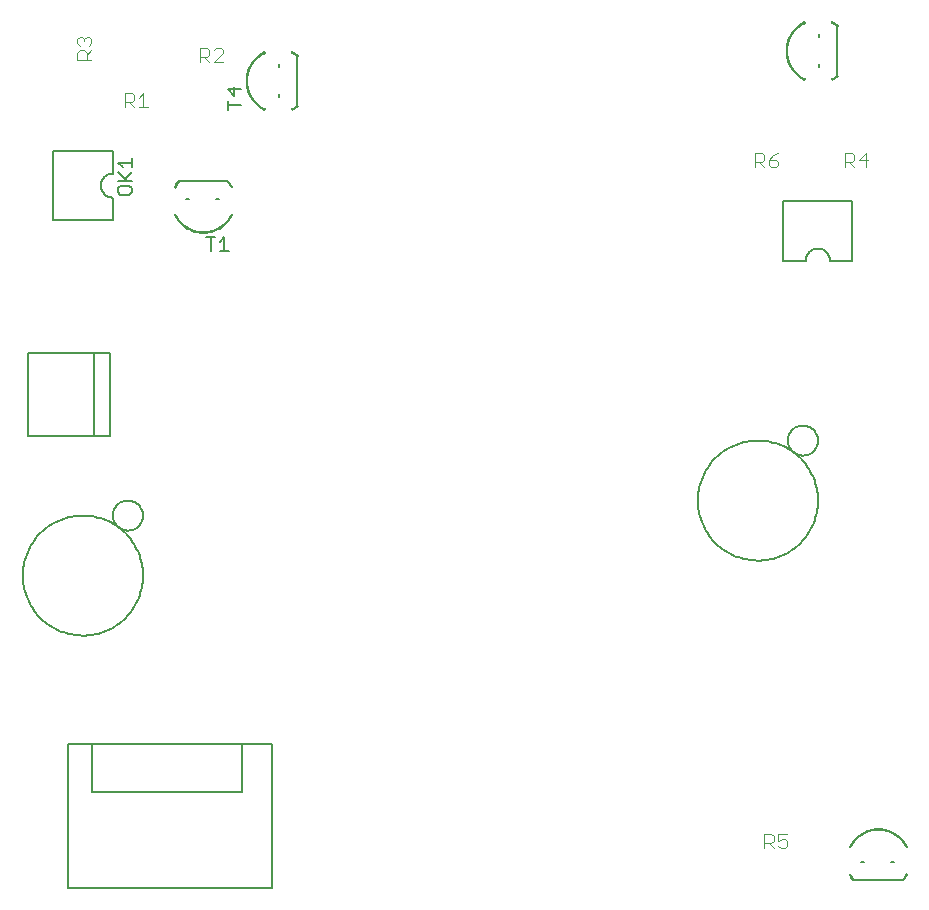
<source format=gto>
G75*
%MOIN*%
%OFA0B0*%
%FSLAX24Y24*%
%IPPOS*%
%LPD*%
%AMOC8*
5,1,8,0,0,1.08239X$1,22.5*
%
%ADD10C,0.0050*%
%ADD11C,0.0040*%
%ADD12C,0.0005*%
%ADD13C,0.0060*%
D10*
X003180Y002780D02*
X009980Y002780D01*
X009980Y007580D01*
X008980Y007580D01*
X008980Y005980D01*
X003980Y005980D01*
X003980Y007580D01*
X003180Y007580D01*
X003180Y002780D01*
X003980Y007580D02*
X008980Y007580D01*
X001680Y013180D02*
X001682Y013269D01*
X001688Y013358D01*
X001698Y013447D01*
X001712Y013535D01*
X001729Y013622D01*
X001751Y013708D01*
X001777Y013794D01*
X001806Y013878D01*
X001839Y013961D01*
X001875Y014042D01*
X001916Y014122D01*
X001959Y014199D01*
X002006Y014275D01*
X002057Y014348D01*
X002110Y014419D01*
X002167Y014488D01*
X002227Y014554D01*
X002290Y014618D01*
X002355Y014678D01*
X002423Y014736D01*
X002494Y014790D01*
X002567Y014841D01*
X002642Y014889D01*
X002719Y014934D01*
X002798Y014975D01*
X002879Y015012D01*
X002961Y015046D01*
X003045Y015077D01*
X003130Y015103D01*
X003216Y015126D01*
X003303Y015144D01*
X003391Y015159D01*
X003480Y015170D01*
X003569Y015177D01*
X003658Y015180D01*
X003747Y015179D01*
X003836Y015174D01*
X003924Y015165D01*
X004013Y015152D01*
X004100Y015135D01*
X004187Y015115D01*
X004273Y015090D01*
X004357Y015062D01*
X004440Y015030D01*
X004522Y014994D01*
X004602Y014955D01*
X004680Y014912D01*
X004756Y014866D01*
X004830Y014816D01*
X004902Y014763D01*
X004971Y014707D01*
X005038Y014648D01*
X005102Y014586D01*
X005163Y014522D01*
X005222Y014454D01*
X005277Y014384D01*
X005329Y014312D01*
X005378Y014237D01*
X005423Y014161D01*
X005465Y014082D01*
X005503Y014002D01*
X005538Y013920D01*
X005569Y013836D01*
X005597Y013751D01*
X005620Y013665D01*
X005640Y013578D01*
X005656Y013491D01*
X005668Y013402D01*
X005676Y013314D01*
X005680Y013225D01*
X005680Y013135D01*
X005676Y013046D01*
X005668Y012958D01*
X005656Y012869D01*
X005640Y012782D01*
X005620Y012695D01*
X005597Y012609D01*
X005569Y012524D01*
X005538Y012440D01*
X005503Y012358D01*
X005465Y012278D01*
X005423Y012199D01*
X005378Y012123D01*
X005329Y012048D01*
X005277Y011976D01*
X005222Y011906D01*
X005163Y011838D01*
X005102Y011774D01*
X005038Y011712D01*
X004971Y011653D01*
X004902Y011597D01*
X004830Y011544D01*
X004756Y011494D01*
X004680Y011448D01*
X004602Y011405D01*
X004522Y011366D01*
X004440Y011330D01*
X004357Y011298D01*
X004273Y011270D01*
X004187Y011245D01*
X004100Y011225D01*
X004013Y011208D01*
X003924Y011195D01*
X003836Y011186D01*
X003747Y011181D01*
X003658Y011180D01*
X003569Y011183D01*
X003480Y011190D01*
X003391Y011201D01*
X003303Y011216D01*
X003216Y011234D01*
X003130Y011257D01*
X003045Y011283D01*
X002961Y011314D01*
X002879Y011348D01*
X002798Y011385D01*
X002719Y011426D01*
X002642Y011471D01*
X002567Y011519D01*
X002494Y011570D01*
X002423Y011624D01*
X002355Y011682D01*
X002290Y011742D01*
X002227Y011806D01*
X002167Y011872D01*
X002110Y011941D01*
X002057Y012012D01*
X002006Y012085D01*
X001959Y012161D01*
X001916Y012238D01*
X001875Y012318D01*
X001839Y012399D01*
X001806Y012482D01*
X001777Y012566D01*
X001751Y012652D01*
X001729Y012738D01*
X001712Y012825D01*
X001698Y012913D01*
X001688Y013002D01*
X001682Y013091D01*
X001680Y013180D01*
X004680Y015180D02*
X004682Y015224D01*
X004688Y015268D01*
X004698Y015311D01*
X004711Y015353D01*
X004728Y015394D01*
X004749Y015433D01*
X004773Y015470D01*
X004800Y015505D01*
X004830Y015537D01*
X004863Y015567D01*
X004899Y015593D01*
X004936Y015617D01*
X004976Y015636D01*
X005017Y015653D01*
X005060Y015665D01*
X005103Y015674D01*
X005147Y015679D01*
X005191Y015680D01*
X005235Y015677D01*
X005279Y015670D01*
X005322Y015659D01*
X005364Y015645D01*
X005404Y015627D01*
X005443Y015605D01*
X005479Y015581D01*
X005513Y015553D01*
X005545Y015522D01*
X005574Y015488D01*
X005600Y015452D01*
X005622Y015414D01*
X005641Y015374D01*
X005656Y015332D01*
X005668Y015290D01*
X005676Y015246D01*
X005680Y015202D01*
X005680Y015158D01*
X005676Y015114D01*
X005668Y015070D01*
X005656Y015028D01*
X005641Y014986D01*
X005622Y014946D01*
X005600Y014908D01*
X005574Y014872D01*
X005545Y014838D01*
X005513Y014807D01*
X005479Y014779D01*
X005443Y014755D01*
X005404Y014733D01*
X005364Y014715D01*
X005322Y014701D01*
X005279Y014690D01*
X005235Y014683D01*
X005191Y014680D01*
X005147Y014681D01*
X005103Y014686D01*
X005060Y014695D01*
X005017Y014707D01*
X004976Y014724D01*
X004936Y014743D01*
X004899Y014767D01*
X004863Y014793D01*
X004830Y014823D01*
X004800Y014855D01*
X004773Y014890D01*
X004749Y014927D01*
X004728Y014966D01*
X004711Y015007D01*
X004698Y015049D01*
X004688Y015092D01*
X004682Y015136D01*
X004680Y015180D01*
X004597Y017841D02*
X004046Y017841D01*
X004046Y020597D01*
X001841Y020597D01*
X001841Y017841D01*
X004046Y017841D01*
X004597Y017841D02*
X004597Y020597D01*
X004046Y020597D01*
X007934Y024005D02*
X007934Y024455D01*
X007784Y024455D02*
X008084Y024455D01*
X008245Y024305D02*
X008395Y024455D01*
X008395Y024005D01*
X008245Y024005D02*
X008545Y024005D01*
X008233Y025730D02*
X008127Y025730D01*
X008505Y026330D02*
X006855Y026330D01*
X007127Y025730D02*
X007233Y025730D01*
X005305Y025949D02*
X005305Y026099D01*
X005230Y026174D01*
X004930Y026174D01*
X004855Y026099D01*
X004855Y025949D01*
X004930Y025874D01*
X005230Y025874D01*
X005305Y025949D01*
X005305Y026334D02*
X004855Y026334D01*
X005080Y026409D02*
X005305Y026634D01*
X005305Y026795D02*
X005305Y027095D01*
X005305Y026945D02*
X004855Y026945D01*
X005005Y026795D01*
X004855Y026634D02*
X005155Y026334D01*
X008505Y028705D02*
X008505Y029005D01*
X008505Y028855D02*
X008955Y028855D01*
X008730Y029165D02*
X008730Y029466D01*
X008955Y029391D02*
X008505Y029391D01*
X008730Y029165D01*
X010230Y029127D02*
X010230Y029233D01*
X010830Y028855D02*
X010830Y030505D01*
X010230Y030233D02*
X010230Y030127D01*
X027180Y017680D02*
X027182Y017724D01*
X027188Y017768D01*
X027198Y017811D01*
X027211Y017853D01*
X027228Y017894D01*
X027249Y017933D01*
X027273Y017970D01*
X027300Y018005D01*
X027330Y018037D01*
X027363Y018067D01*
X027399Y018093D01*
X027436Y018117D01*
X027476Y018136D01*
X027517Y018153D01*
X027560Y018165D01*
X027603Y018174D01*
X027647Y018179D01*
X027691Y018180D01*
X027735Y018177D01*
X027779Y018170D01*
X027822Y018159D01*
X027864Y018145D01*
X027904Y018127D01*
X027943Y018105D01*
X027979Y018081D01*
X028013Y018053D01*
X028045Y018022D01*
X028074Y017988D01*
X028100Y017952D01*
X028122Y017914D01*
X028141Y017874D01*
X028156Y017832D01*
X028168Y017790D01*
X028176Y017746D01*
X028180Y017702D01*
X028180Y017658D01*
X028176Y017614D01*
X028168Y017570D01*
X028156Y017528D01*
X028141Y017486D01*
X028122Y017446D01*
X028100Y017408D01*
X028074Y017372D01*
X028045Y017338D01*
X028013Y017307D01*
X027979Y017279D01*
X027943Y017255D01*
X027904Y017233D01*
X027864Y017215D01*
X027822Y017201D01*
X027779Y017190D01*
X027735Y017183D01*
X027691Y017180D01*
X027647Y017181D01*
X027603Y017186D01*
X027560Y017195D01*
X027517Y017207D01*
X027476Y017224D01*
X027436Y017243D01*
X027399Y017267D01*
X027363Y017293D01*
X027330Y017323D01*
X027300Y017355D01*
X027273Y017390D01*
X027249Y017427D01*
X027228Y017466D01*
X027211Y017507D01*
X027198Y017549D01*
X027188Y017592D01*
X027182Y017636D01*
X027180Y017680D01*
X024180Y015680D02*
X024182Y015769D01*
X024188Y015858D01*
X024198Y015947D01*
X024212Y016035D01*
X024229Y016122D01*
X024251Y016208D01*
X024277Y016294D01*
X024306Y016378D01*
X024339Y016461D01*
X024375Y016542D01*
X024416Y016622D01*
X024459Y016699D01*
X024506Y016775D01*
X024557Y016848D01*
X024610Y016919D01*
X024667Y016988D01*
X024727Y017054D01*
X024790Y017118D01*
X024855Y017178D01*
X024923Y017236D01*
X024994Y017290D01*
X025067Y017341D01*
X025142Y017389D01*
X025219Y017434D01*
X025298Y017475D01*
X025379Y017512D01*
X025461Y017546D01*
X025545Y017577D01*
X025630Y017603D01*
X025716Y017626D01*
X025803Y017644D01*
X025891Y017659D01*
X025980Y017670D01*
X026069Y017677D01*
X026158Y017680D01*
X026247Y017679D01*
X026336Y017674D01*
X026424Y017665D01*
X026513Y017652D01*
X026600Y017635D01*
X026687Y017615D01*
X026773Y017590D01*
X026857Y017562D01*
X026940Y017530D01*
X027022Y017494D01*
X027102Y017455D01*
X027180Y017412D01*
X027256Y017366D01*
X027330Y017316D01*
X027402Y017263D01*
X027471Y017207D01*
X027538Y017148D01*
X027602Y017086D01*
X027663Y017022D01*
X027722Y016954D01*
X027777Y016884D01*
X027829Y016812D01*
X027878Y016737D01*
X027923Y016661D01*
X027965Y016582D01*
X028003Y016502D01*
X028038Y016420D01*
X028069Y016336D01*
X028097Y016251D01*
X028120Y016165D01*
X028140Y016078D01*
X028156Y015991D01*
X028168Y015902D01*
X028176Y015814D01*
X028180Y015725D01*
X028180Y015635D01*
X028176Y015546D01*
X028168Y015458D01*
X028156Y015369D01*
X028140Y015282D01*
X028120Y015195D01*
X028097Y015109D01*
X028069Y015024D01*
X028038Y014940D01*
X028003Y014858D01*
X027965Y014778D01*
X027923Y014699D01*
X027878Y014623D01*
X027829Y014548D01*
X027777Y014476D01*
X027722Y014406D01*
X027663Y014338D01*
X027602Y014274D01*
X027538Y014212D01*
X027471Y014153D01*
X027402Y014097D01*
X027330Y014044D01*
X027256Y013994D01*
X027180Y013948D01*
X027102Y013905D01*
X027022Y013866D01*
X026940Y013830D01*
X026857Y013798D01*
X026773Y013770D01*
X026687Y013745D01*
X026600Y013725D01*
X026513Y013708D01*
X026424Y013695D01*
X026336Y013686D01*
X026247Y013681D01*
X026158Y013680D01*
X026069Y013683D01*
X025980Y013690D01*
X025891Y013701D01*
X025803Y013716D01*
X025716Y013734D01*
X025630Y013757D01*
X025545Y013783D01*
X025461Y013814D01*
X025379Y013848D01*
X025298Y013885D01*
X025219Y013926D01*
X025142Y013971D01*
X025067Y014019D01*
X024994Y014070D01*
X024923Y014124D01*
X024855Y014182D01*
X024790Y014242D01*
X024727Y014306D01*
X024667Y014372D01*
X024610Y014441D01*
X024557Y014512D01*
X024506Y014585D01*
X024459Y014661D01*
X024416Y014738D01*
X024375Y014818D01*
X024339Y014899D01*
X024306Y014982D01*
X024277Y015066D01*
X024251Y015152D01*
X024229Y015238D01*
X024212Y015325D01*
X024198Y015413D01*
X024188Y015502D01*
X024182Y015591D01*
X024180Y015680D01*
X029627Y003630D02*
X029733Y003630D01*
X029355Y003030D02*
X031005Y003030D01*
X030733Y003630D02*
X030627Y003630D01*
X028830Y029855D02*
X028830Y031505D01*
X028230Y031233D02*
X028230Y031127D01*
X028230Y030233D02*
X028230Y030127D01*
D11*
X029079Y027260D02*
X029309Y027260D01*
X029386Y027184D01*
X029386Y027030D01*
X029309Y026953D01*
X029079Y026953D01*
X029079Y026800D02*
X029079Y027260D01*
X029233Y026953D02*
X029386Y026800D01*
X029540Y027030D02*
X029847Y027030D01*
X029770Y026800D02*
X029770Y027260D01*
X029540Y027030D01*
X026847Y026953D02*
X026770Y027030D01*
X026540Y027030D01*
X026540Y026877D01*
X026616Y026800D01*
X026770Y026800D01*
X026847Y026877D01*
X026847Y026953D01*
X026693Y027184D02*
X026540Y027030D01*
X026386Y027030D02*
X026309Y026953D01*
X026079Y026953D01*
X026079Y026800D02*
X026079Y027260D01*
X026309Y027260D01*
X026386Y027184D01*
X026386Y027030D01*
X026233Y026953D02*
X026386Y026800D01*
X026693Y027184D02*
X026847Y027260D01*
X008347Y030300D02*
X008040Y030300D01*
X008347Y030607D01*
X008347Y030684D01*
X008270Y030760D01*
X008116Y030760D01*
X008040Y030684D01*
X007886Y030684D02*
X007886Y030530D01*
X007809Y030453D01*
X007579Y030453D01*
X007579Y030300D02*
X007579Y030760D01*
X007809Y030760D01*
X007886Y030684D01*
X007733Y030453D02*
X007886Y030300D01*
X005847Y028800D02*
X005540Y028800D01*
X005693Y028800D02*
X005693Y029260D01*
X005540Y029107D01*
X005386Y029184D02*
X005386Y029030D01*
X005309Y028953D01*
X005079Y028953D01*
X005079Y028800D02*
X005079Y029260D01*
X005309Y029260D01*
X005386Y029184D01*
X005233Y028953D02*
X005386Y028800D01*
X003960Y030379D02*
X003500Y030379D01*
X003500Y030609D01*
X003576Y030686D01*
X003730Y030686D01*
X003807Y030609D01*
X003807Y030379D01*
X003807Y030533D02*
X003960Y030686D01*
X003883Y030840D02*
X003960Y030916D01*
X003960Y031070D01*
X003883Y031147D01*
X003807Y031147D01*
X003730Y031070D01*
X003730Y030993D01*
X003730Y031070D02*
X003653Y031147D01*
X003576Y031147D01*
X003500Y031070D01*
X003500Y030916D01*
X003576Y030840D01*
X026400Y004560D02*
X026630Y004560D01*
X026707Y004484D01*
X026707Y004330D01*
X026630Y004253D01*
X026400Y004253D01*
X026400Y004100D02*
X026400Y004560D01*
X026553Y004253D02*
X026707Y004100D01*
X026860Y004177D02*
X026937Y004100D01*
X027091Y004100D01*
X027167Y004177D01*
X027167Y004330D01*
X027091Y004407D01*
X027014Y004407D01*
X026860Y004330D01*
X026860Y004560D01*
X027167Y004560D01*
D12*
X029211Y003221D02*
X029251Y003240D01*
X029277Y003189D01*
X029306Y003139D01*
X029337Y003092D01*
X029371Y003046D01*
X029336Y003018D01*
X029300Y003066D01*
X029267Y003116D01*
X029237Y003167D01*
X029210Y003221D01*
X029214Y003222D01*
X029241Y003169D01*
X029271Y003118D01*
X029303Y003068D01*
X029339Y003020D01*
X029342Y003023D01*
X029307Y003070D01*
X029274Y003120D01*
X029244Y003171D01*
X029218Y003224D01*
X029221Y003226D01*
X029248Y003173D01*
X029278Y003122D01*
X029310Y003073D01*
X029345Y003025D01*
X029348Y003028D01*
X029313Y003075D01*
X029281Y003124D01*
X029251Y003175D01*
X029225Y003228D01*
X029228Y003229D01*
X029255Y003177D01*
X029284Y003126D01*
X029317Y003077D01*
X029352Y003030D01*
X029355Y003033D01*
X029320Y003080D01*
X029288Y003128D01*
X029258Y003179D01*
X029232Y003231D01*
X029236Y003233D01*
X029262Y003181D01*
X029291Y003130D01*
X029323Y003082D01*
X029358Y003035D01*
X029361Y003038D01*
X029326Y003084D01*
X029295Y003133D01*
X029265Y003183D01*
X029239Y003234D01*
X029243Y003236D01*
X029269Y003185D01*
X029298Y003135D01*
X029330Y003086D01*
X029364Y003040D01*
X029367Y003042D01*
X029333Y003089D01*
X029301Y003137D01*
X029273Y003186D01*
X029246Y003238D01*
X029250Y003239D01*
X029276Y003188D01*
X029305Y003139D01*
X029336Y003091D01*
X029370Y003045D01*
X031149Y004139D02*
X031109Y004120D01*
X031080Y004176D01*
X031049Y004230D01*
X031013Y004282D01*
X030975Y004331D01*
X030934Y004379D01*
X030890Y004423D01*
X030843Y004465D01*
X030794Y004504D01*
X030743Y004540D01*
X030689Y004573D01*
X030634Y004602D01*
X030577Y004628D01*
X030518Y004651D01*
X030459Y004670D01*
X030398Y004685D01*
X030336Y004696D01*
X030274Y004704D01*
X030211Y004708D01*
X030149Y004708D01*
X030086Y004704D01*
X030024Y004696D01*
X029962Y004685D01*
X029901Y004670D01*
X029842Y004651D01*
X029783Y004628D01*
X029726Y004602D01*
X029671Y004573D01*
X029617Y004540D01*
X029566Y004504D01*
X029517Y004465D01*
X029470Y004423D01*
X029426Y004379D01*
X029385Y004331D01*
X029347Y004282D01*
X029311Y004230D01*
X029280Y004176D01*
X029251Y004120D01*
X029211Y004139D01*
X029210Y004139D01*
X029240Y004198D01*
X029273Y004254D01*
X029310Y004308D01*
X029350Y004360D01*
X029393Y004409D01*
X029439Y004456D01*
X029488Y004500D01*
X029539Y004540D01*
X029592Y004578D01*
X029648Y004612D01*
X029706Y004643D01*
X029766Y004670D01*
X029827Y004693D01*
X029889Y004713D01*
X029953Y004729D01*
X030017Y004741D01*
X030082Y004749D01*
X030147Y004753D01*
X030213Y004753D01*
X030278Y004749D01*
X030343Y004741D01*
X030407Y004729D01*
X030471Y004713D01*
X030533Y004693D01*
X030594Y004670D01*
X030654Y004643D01*
X030712Y004612D01*
X030768Y004578D01*
X030821Y004540D01*
X030872Y004500D01*
X030921Y004456D01*
X030967Y004409D01*
X031010Y004360D01*
X031050Y004308D01*
X031087Y004254D01*
X031120Y004198D01*
X031150Y004139D01*
X031146Y004138D01*
X031116Y004196D01*
X031083Y004252D01*
X031047Y004306D01*
X031007Y004357D01*
X030964Y004407D01*
X030918Y004453D01*
X030870Y004497D01*
X030819Y004537D01*
X030765Y004574D01*
X030710Y004608D01*
X030652Y004639D01*
X030593Y004666D01*
X030532Y004689D01*
X030470Y004709D01*
X030406Y004725D01*
X030342Y004737D01*
X030278Y004745D01*
X030213Y004749D01*
X030147Y004749D01*
X030082Y004745D01*
X030018Y004737D01*
X029954Y004725D01*
X029890Y004709D01*
X029828Y004689D01*
X029767Y004666D01*
X029708Y004639D01*
X029650Y004608D01*
X029595Y004574D01*
X029541Y004537D01*
X029490Y004497D01*
X029442Y004453D01*
X029396Y004407D01*
X029353Y004357D01*
X029313Y004306D01*
X029277Y004252D01*
X029244Y004196D01*
X029214Y004138D01*
X029217Y004136D01*
X029247Y004194D01*
X029280Y004250D01*
X029317Y004303D01*
X029356Y004355D01*
X029399Y004404D01*
X029444Y004450D01*
X029493Y004494D01*
X029544Y004534D01*
X029597Y004571D01*
X029652Y004605D01*
X029710Y004635D01*
X029769Y004662D01*
X029829Y004686D01*
X029891Y004705D01*
X029954Y004721D01*
X030018Y004733D01*
X030083Y004741D01*
X030148Y004745D01*
X030212Y004745D01*
X030277Y004741D01*
X030342Y004733D01*
X030406Y004721D01*
X030469Y004705D01*
X030531Y004686D01*
X030591Y004662D01*
X030650Y004635D01*
X030708Y004605D01*
X030763Y004571D01*
X030816Y004534D01*
X030867Y004494D01*
X030916Y004450D01*
X030961Y004404D01*
X031004Y004355D01*
X031043Y004303D01*
X031080Y004250D01*
X031113Y004194D01*
X031143Y004136D01*
X031139Y004134D01*
X031109Y004192D01*
X031076Y004247D01*
X031040Y004301D01*
X031001Y004352D01*
X030958Y004401D01*
X030913Y004447D01*
X030865Y004490D01*
X030814Y004531D01*
X030761Y004568D01*
X030706Y004602D01*
X030649Y004632D01*
X030590Y004659D01*
X030529Y004682D01*
X030468Y004701D01*
X030405Y004717D01*
X030341Y004729D01*
X030277Y004737D01*
X030212Y004741D01*
X030148Y004741D01*
X030083Y004737D01*
X030019Y004729D01*
X029955Y004717D01*
X029892Y004701D01*
X029831Y004682D01*
X029770Y004659D01*
X029711Y004632D01*
X029654Y004602D01*
X029599Y004568D01*
X029546Y004531D01*
X029495Y004490D01*
X029447Y004447D01*
X029402Y004401D01*
X029359Y004352D01*
X029320Y004301D01*
X029284Y004247D01*
X029251Y004192D01*
X029221Y004134D01*
X029225Y004132D01*
X029254Y004190D01*
X029287Y004245D01*
X029323Y004299D01*
X029362Y004350D01*
X029405Y004398D01*
X029450Y004444D01*
X029498Y004487D01*
X029548Y004528D01*
X029601Y004564D01*
X029656Y004598D01*
X029713Y004628D01*
X029772Y004655D01*
X029832Y004678D01*
X029893Y004697D01*
X029956Y004713D01*
X030019Y004725D01*
X030083Y004733D01*
X030148Y004737D01*
X030212Y004737D01*
X030277Y004733D01*
X030341Y004725D01*
X030404Y004713D01*
X030467Y004697D01*
X030528Y004678D01*
X030588Y004655D01*
X030647Y004628D01*
X030704Y004598D01*
X030759Y004564D01*
X030812Y004528D01*
X030862Y004487D01*
X030910Y004444D01*
X030955Y004398D01*
X030998Y004350D01*
X031037Y004299D01*
X031073Y004245D01*
X031106Y004190D01*
X031135Y004132D01*
X031132Y004131D01*
X031102Y004188D01*
X031070Y004243D01*
X031034Y004296D01*
X030995Y004347D01*
X030952Y004396D01*
X030907Y004441D01*
X030860Y004484D01*
X030809Y004524D01*
X030757Y004561D01*
X030702Y004595D01*
X030645Y004625D01*
X030587Y004651D01*
X030527Y004674D01*
X030465Y004694D01*
X030403Y004709D01*
X030340Y004721D01*
X030276Y004729D01*
X030212Y004733D01*
X030148Y004733D01*
X030084Y004729D01*
X030020Y004721D01*
X029957Y004709D01*
X029895Y004694D01*
X029833Y004674D01*
X029773Y004651D01*
X029715Y004625D01*
X029658Y004595D01*
X029603Y004561D01*
X029551Y004524D01*
X029500Y004484D01*
X029453Y004441D01*
X029408Y004396D01*
X029365Y004347D01*
X029326Y004296D01*
X029290Y004243D01*
X029258Y004188D01*
X029228Y004131D01*
X029232Y004129D01*
X029261Y004186D01*
X029294Y004241D01*
X029330Y004294D01*
X029369Y004345D01*
X029411Y004393D01*
X029455Y004439D01*
X029503Y004481D01*
X029553Y004521D01*
X029606Y004558D01*
X029660Y004591D01*
X029717Y004621D01*
X029775Y004648D01*
X029835Y004671D01*
X029896Y004690D01*
X029958Y004705D01*
X030021Y004717D01*
X030084Y004725D01*
X030148Y004729D01*
X030212Y004729D01*
X030276Y004725D01*
X030339Y004717D01*
X030402Y004705D01*
X030464Y004690D01*
X030525Y004671D01*
X030585Y004648D01*
X030643Y004621D01*
X030700Y004591D01*
X030754Y004558D01*
X030807Y004521D01*
X030857Y004481D01*
X030905Y004439D01*
X030949Y004393D01*
X030991Y004345D01*
X031030Y004294D01*
X031066Y004241D01*
X031099Y004186D01*
X031128Y004129D01*
X031124Y004127D01*
X031095Y004184D01*
X031063Y004239D01*
X031027Y004292D01*
X030988Y004342D01*
X030947Y004390D01*
X030902Y004436D01*
X030854Y004478D01*
X030804Y004518D01*
X030752Y004554D01*
X030698Y004588D01*
X030642Y004618D01*
X030584Y004644D01*
X030524Y004667D01*
X030463Y004686D01*
X030401Y004701D01*
X030339Y004713D01*
X030275Y004721D01*
X030212Y004725D01*
X030148Y004725D01*
X030085Y004721D01*
X030021Y004713D01*
X029959Y004701D01*
X029897Y004686D01*
X029836Y004667D01*
X029776Y004644D01*
X029718Y004618D01*
X029662Y004588D01*
X029608Y004554D01*
X029556Y004518D01*
X029506Y004478D01*
X029458Y004436D01*
X029413Y004390D01*
X029372Y004342D01*
X029333Y004292D01*
X029297Y004239D01*
X029265Y004184D01*
X029236Y004127D01*
X029239Y004126D01*
X029268Y004182D01*
X029300Y004237D01*
X029336Y004289D01*
X029375Y004340D01*
X029416Y004388D01*
X029461Y004433D01*
X029508Y004475D01*
X029558Y004515D01*
X029610Y004551D01*
X029664Y004584D01*
X029720Y004614D01*
X029778Y004640D01*
X029837Y004663D01*
X029898Y004682D01*
X029959Y004697D01*
X030022Y004709D01*
X030085Y004717D01*
X030148Y004721D01*
X030212Y004721D01*
X030275Y004717D01*
X030338Y004709D01*
X030401Y004697D01*
X030462Y004682D01*
X030523Y004663D01*
X030582Y004640D01*
X030640Y004614D01*
X030696Y004584D01*
X030750Y004551D01*
X030802Y004515D01*
X030852Y004475D01*
X030899Y004433D01*
X030944Y004388D01*
X030985Y004340D01*
X031024Y004289D01*
X031060Y004237D01*
X031092Y004182D01*
X031121Y004126D01*
X031117Y004124D01*
X031088Y004180D01*
X031056Y004235D01*
X031021Y004287D01*
X030982Y004337D01*
X030941Y004385D01*
X030896Y004430D01*
X030849Y004472D01*
X030800Y004511D01*
X030748Y004548D01*
X030694Y004581D01*
X030638Y004610D01*
X030580Y004637D01*
X030521Y004659D01*
X030461Y004678D01*
X030400Y004693D01*
X030338Y004705D01*
X030275Y004713D01*
X030212Y004717D01*
X030148Y004717D01*
X030085Y004713D01*
X030022Y004705D01*
X029960Y004693D01*
X029899Y004678D01*
X029839Y004659D01*
X029780Y004637D01*
X029722Y004610D01*
X029666Y004581D01*
X029612Y004548D01*
X029560Y004511D01*
X029511Y004472D01*
X029464Y004430D01*
X029419Y004385D01*
X029378Y004337D01*
X029339Y004287D01*
X029304Y004235D01*
X029272Y004180D01*
X029243Y004124D01*
X029246Y004122D01*
X029275Y004178D01*
X029307Y004233D01*
X029343Y004285D01*
X029381Y004335D01*
X029422Y004382D01*
X029467Y004427D01*
X029513Y004469D01*
X029563Y004508D01*
X029614Y004544D01*
X029668Y004577D01*
X029724Y004607D01*
X029781Y004633D01*
X029840Y004655D01*
X029900Y004674D01*
X029961Y004690D01*
X030023Y004701D01*
X030086Y004709D01*
X030149Y004713D01*
X030211Y004713D01*
X030274Y004709D01*
X030337Y004701D01*
X030399Y004690D01*
X030460Y004674D01*
X030520Y004655D01*
X030579Y004633D01*
X030636Y004607D01*
X030692Y004577D01*
X030746Y004544D01*
X030797Y004508D01*
X030847Y004469D01*
X030893Y004427D01*
X030938Y004382D01*
X030979Y004335D01*
X031017Y004285D01*
X031053Y004233D01*
X031085Y004178D01*
X031114Y004122D01*
X031110Y004121D01*
X031081Y004176D01*
X031049Y004230D01*
X031014Y004282D01*
X030976Y004332D01*
X030935Y004379D01*
X030891Y004424D01*
X030844Y004466D01*
X030795Y004505D01*
X030743Y004541D01*
X030690Y004574D01*
X030634Y004603D01*
X030577Y004629D01*
X030519Y004652D01*
X030459Y004670D01*
X030398Y004686D01*
X030336Y004697D01*
X030274Y004705D01*
X030211Y004709D01*
X030149Y004709D01*
X030086Y004705D01*
X030024Y004697D01*
X029962Y004686D01*
X029901Y004670D01*
X029841Y004652D01*
X029783Y004629D01*
X029726Y004603D01*
X029670Y004574D01*
X029617Y004541D01*
X029565Y004505D01*
X029516Y004466D01*
X029469Y004424D01*
X029425Y004379D01*
X029384Y004332D01*
X029346Y004282D01*
X029311Y004230D01*
X029279Y004176D01*
X029250Y004121D01*
X031024Y003018D02*
X030988Y003046D01*
X030989Y003046D02*
X031024Y003094D01*
X031057Y003144D01*
X031087Y003196D01*
X031113Y003249D01*
X031154Y003231D01*
X031154Y003230D01*
X031126Y003174D01*
X031095Y003120D01*
X031061Y003068D01*
X031024Y003018D01*
X031021Y003020D01*
X031058Y003070D01*
X031092Y003122D01*
X031123Y003176D01*
X031151Y003232D01*
X031147Y003234D01*
X031119Y003178D01*
X031089Y003124D01*
X031055Y003073D01*
X031018Y003023D01*
X031015Y003025D01*
X031051Y003075D01*
X031085Y003127D01*
X031116Y003180D01*
X031143Y003235D01*
X031140Y003237D01*
X031112Y003182D01*
X031082Y003129D01*
X031048Y003077D01*
X031012Y003028D01*
X031008Y003030D01*
X031045Y003079D01*
X031078Y003131D01*
X031109Y003184D01*
X031136Y003239D01*
X031132Y003240D01*
X031105Y003186D01*
X031075Y003133D01*
X031042Y003082D01*
X031005Y003033D01*
X031002Y003035D01*
X031038Y003084D01*
X031072Y003135D01*
X031102Y003188D01*
X031129Y003242D01*
X031125Y003244D01*
X031098Y003190D01*
X031068Y003137D01*
X031035Y003086D01*
X030999Y003038D01*
X030996Y003040D01*
X031032Y003089D01*
X031065Y003139D01*
X031095Y003191D01*
X031122Y003245D01*
X031118Y003247D01*
X031091Y003193D01*
X031061Y003141D01*
X031028Y003091D01*
X030993Y003042D01*
X030990Y003045D01*
X031025Y003093D01*
X031058Y003143D01*
X031088Y003195D01*
X031114Y003249D01*
X008649Y026139D02*
X008609Y026120D01*
X008583Y026171D01*
X008554Y026221D01*
X008523Y026268D01*
X008489Y026314D01*
X008524Y026342D01*
X008560Y026294D01*
X008593Y026244D01*
X008623Y026193D01*
X008650Y026139D01*
X008646Y026138D01*
X008619Y026191D01*
X008589Y026242D01*
X008557Y026292D01*
X008521Y026340D01*
X008518Y026337D01*
X008553Y026290D01*
X008586Y026240D01*
X008616Y026189D01*
X008642Y026136D01*
X008639Y026134D01*
X008612Y026187D01*
X008582Y026238D01*
X008550Y026287D01*
X008515Y026335D01*
X008512Y026332D01*
X008547Y026285D01*
X008579Y026236D01*
X008609Y026185D01*
X008635Y026132D01*
X008632Y026131D01*
X008605Y026183D01*
X008576Y026234D01*
X008543Y026283D01*
X008508Y026330D01*
X008505Y026327D01*
X008540Y026280D01*
X008572Y026232D01*
X008602Y026181D01*
X008628Y026129D01*
X008624Y026127D01*
X008598Y026179D01*
X008569Y026230D01*
X008537Y026278D01*
X008502Y026325D01*
X008499Y026322D01*
X008534Y026276D01*
X008565Y026227D01*
X008595Y026177D01*
X008621Y026126D01*
X008617Y026124D01*
X008591Y026175D01*
X008562Y026225D01*
X008530Y026274D01*
X008496Y026320D01*
X008493Y026318D01*
X008527Y026271D01*
X008559Y026223D01*
X008587Y026174D01*
X008614Y026122D01*
X008610Y026121D01*
X008584Y026172D01*
X008555Y026221D01*
X008524Y026269D01*
X008490Y026315D01*
X006711Y025221D02*
X006751Y025240D01*
X006780Y025184D01*
X006811Y025130D01*
X006847Y025078D01*
X006885Y025029D01*
X006926Y024981D01*
X006970Y024937D01*
X007017Y024895D01*
X007066Y024856D01*
X007117Y024820D01*
X007171Y024787D01*
X007226Y024758D01*
X007283Y024732D01*
X007342Y024709D01*
X007401Y024690D01*
X007462Y024675D01*
X007524Y024664D01*
X007586Y024656D01*
X007649Y024652D01*
X007711Y024652D01*
X007774Y024656D01*
X007836Y024664D01*
X007898Y024675D01*
X007959Y024690D01*
X008018Y024709D01*
X008077Y024732D01*
X008134Y024758D01*
X008189Y024787D01*
X008243Y024820D01*
X008294Y024856D01*
X008343Y024895D01*
X008390Y024937D01*
X008434Y024981D01*
X008475Y025029D01*
X008513Y025078D01*
X008549Y025130D01*
X008580Y025184D01*
X008609Y025240D01*
X008649Y025221D01*
X008650Y025221D01*
X008620Y025162D01*
X008587Y025106D01*
X008550Y025052D01*
X008510Y025000D01*
X008467Y024951D01*
X008421Y024904D01*
X008372Y024860D01*
X008321Y024820D01*
X008268Y024782D01*
X008212Y024748D01*
X008154Y024717D01*
X008094Y024690D01*
X008033Y024667D01*
X007971Y024647D01*
X007907Y024631D01*
X007843Y024619D01*
X007778Y024611D01*
X007713Y024607D01*
X007647Y024607D01*
X007582Y024611D01*
X007517Y024619D01*
X007453Y024631D01*
X007389Y024647D01*
X007327Y024667D01*
X007266Y024690D01*
X007206Y024717D01*
X007148Y024748D01*
X007092Y024782D01*
X007039Y024820D01*
X006988Y024860D01*
X006939Y024904D01*
X006893Y024951D01*
X006850Y025000D01*
X006810Y025052D01*
X006773Y025106D01*
X006740Y025162D01*
X006710Y025221D01*
X006714Y025222D01*
X006744Y025164D01*
X006777Y025108D01*
X006813Y025054D01*
X006853Y025003D01*
X006896Y024953D01*
X006942Y024907D01*
X006990Y024863D01*
X007041Y024823D01*
X007095Y024786D01*
X007150Y024752D01*
X007208Y024721D01*
X007267Y024694D01*
X007328Y024671D01*
X007390Y024651D01*
X007454Y024635D01*
X007518Y024623D01*
X007582Y024615D01*
X007647Y024611D01*
X007713Y024611D01*
X007778Y024615D01*
X007842Y024623D01*
X007906Y024635D01*
X007970Y024651D01*
X008032Y024671D01*
X008093Y024694D01*
X008152Y024721D01*
X008210Y024752D01*
X008265Y024786D01*
X008319Y024823D01*
X008370Y024863D01*
X008418Y024907D01*
X008464Y024953D01*
X008507Y025003D01*
X008547Y025054D01*
X008583Y025108D01*
X008616Y025164D01*
X008646Y025222D01*
X008643Y025224D01*
X008613Y025166D01*
X008580Y025110D01*
X008543Y025057D01*
X008504Y025005D01*
X008461Y024956D01*
X008416Y024910D01*
X008367Y024866D01*
X008316Y024826D01*
X008263Y024789D01*
X008208Y024755D01*
X008150Y024725D01*
X008091Y024698D01*
X008031Y024674D01*
X007969Y024655D01*
X007906Y024639D01*
X007842Y024627D01*
X007777Y024619D01*
X007712Y024615D01*
X007648Y024615D01*
X007583Y024619D01*
X007518Y024627D01*
X007454Y024639D01*
X007391Y024655D01*
X007329Y024674D01*
X007269Y024698D01*
X007210Y024725D01*
X007152Y024755D01*
X007097Y024789D01*
X007044Y024826D01*
X006993Y024866D01*
X006944Y024910D01*
X006899Y024956D01*
X006856Y025005D01*
X006817Y025057D01*
X006780Y025110D01*
X006747Y025166D01*
X006717Y025224D01*
X006721Y025226D01*
X006751Y025168D01*
X006784Y025113D01*
X006820Y025059D01*
X006859Y025008D01*
X006902Y024959D01*
X006947Y024913D01*
X006995Y024870D01*
X007046Y024829D01*
X007099Y024792D01*
X007154Y024758D01*
X007211Y024728D01*
X007270Y024701D01*
X007331Y024678D01*
X007392Y024659D01*
X007455Y024643D01*
X007519Y024631D01*
X007583Y024623D01*
X007648Y024619D01*
X007712Y024619D01*
X007777Y024623D01*
X007841Y024631D01*
X007905Y024643D01*
X007968Y024659D01*
X008029Y024678D01*
X008090Y024701D01*
X008149Y024728D01*
X008206Y024758D01*
X008261Y024792D01*
X008314Y024829D01*
X008365Y024870D01*
X008413Y024913D01*
X008458Y024959D01*
X008501Y025008D01*
X008540Y025059D01*
X008576Y025113D01*
X008609Y025168D01*
X008639Y025226D01*
X008635Y025228D01*
X008606Y025170D01*
X008573Y025115D01*
X008537Y025061D01*
X008498Y025010D01*
X008455Y024962D01*
X008410Y024916D01*
X008362Y024873D01*
X008312Y024832D01*
X008259Y024796D01*
X008204Y024762D01*
X008147Y024732D01*
X008088Y024705D01*
X008028Y024682D01*
X007967Y024663D01*
X007904Y024647D01*
X007841Y024635D01*
X007777Y024627D01*
X007712Y024623D01*
X007648Y024623D01*
X007583Y024627D01*
X007519Y024635D01*
X007456Y024647D01*
X007393Y024663D01*
X007332Y024682D01*
X007272Y024705D01*
X007213Y024732D01*
X007156Y024762D01*
X007101Y024796D01*
X007048Y024832D01*
X006998Y024873D01*
X006950Y024916D01*
X006905Y024962D01*
X006862Y025010D01*
X006823Y025061D01*
X006787Y025115D01*
X006754Y025170D01*
X006725Y025228D01*
X006728Y025229D01*
X006758Y025172D01*
X006790Y025117D01*
X006826Y025064D01*
X006865Y025013D01*
X006908Y024964D01*
X006953Y024919D01*
X007000Y024876D01*
X007051Y024836D01*
X007103Y024799D01*
X007158Y024765D01*
X007215Y024735D01*
X007273Y024709D01*
X007333Y024686D01*
X007395Y024666D01*
X007457Y024651D01*
X007520Y024639D01*
X007584Y024631D01*
X007648Y024627D01*
X007712Y024627D01*
X007776Y024631D01*
X007840Y024639D01*
X007903Y024651D01*
X007965Y024666D01*
X008027Y024686D01*
X008087Y024709D01*
X008145Y024735D01*
X008202Y024765D01*
X008257Y024799D01*
X008309Y024836D01*
X008360Y024876D01*
X008407Y024919D01*
X008452Y024964D01*
X008495Y025013D01*
X008534Y025064D01*
X008570Y025117D01*
X008602Y025172D01*
X008632Y025229D01*
X008628Y025231D01*
X008599Y025174D01*
X008566Y025119D01*
X008530Y025066D01*
X008491Y025015D01*
X008449Y024967D01*
X008405Y024921D01*
X008357Y024879D01*
X008307Y024839D01*
X008254Y024802D01*
X008200Y024769D01*
X008143Y024739D01*
X008085Y024712D01*
X008025Y024689D01*
X007964Y024670D01*
X007902Y024655D01*
X007839Y024643D01*
X007776Y024635D01*
X007712Y024631D01*
X007648Y024631D01*
X007584Y024635D01*
X007521Y024643D01*
X007458Y024655D01*
X007396Y024670D01*
X007335Y024689D01*
X007275Y024712D01*
X007217Y024739D01*
X007160Y024769D01*
X007106Y024802D01*
X007053Y024839D01*
X007003Y024879D01*
X006955Y024921D01*
X006911Y024967D01*
X006869Y025015D01*
X006830Y025066D01*
X006794Y025119D01*
X006761Y025174D01*
X006732Y025231D01*
X006736Y025233D01*
X006765Y025176D01*
X006797Y025121D01*
X006833Y025068D01*
X006872Y025018D01*
X006913Y024970D01*
X006958Y024924D01*
X007006Y024882D01*
X007056Y024842D01*
X007108Y024806D01*
X007162Y024772D01*
X007218Y024742D01*
X007276Y024716D01*
X007336Y024693D01*
X007397Y024674D01*
X007459Y024659D01*
X007521Y024647D01*
X007585Y024639D01*
X007648Y024635D01*
X007712Y024635D01*
X007775Y024639D01*
X007839Y024647D01*
X007901Y024659D01*
X007963Y024674D01*
X008024Y024693D01*
X008084Y024716D01*
X008142Y024742D01*
X008198Y024772D01*
X008252Y024806D01*
X008304Y024842D01*
X008354Y024882D01*
X008402Y024924D01*
X008447Y024970D01*
X008488Y025018D01*
X008527Y025068D01*
X008563Y025121D01*
X008595Y025176D01*
X008624Y025233D01*
X008621Y025234D01*
X008592Y025178D01*
X008560Y025123D01*
X008524Y025071D01*
X008485Y025020D01*
X008444Y024972D01*
X008399Y024927D01*
X008352Y024885D01*
X008302Y024845D01*
X008250Y024809D01*
X008196Y024776D01*
X008140Y024746D01*
X008082Y024720D01*
X008023Y024697D01*
X007962Y024678D01*
X007901Y024663D01*
X007838Y024651D01*
X007775Y024643D01*
X007712Y024639D01*
X007648Y024639D01*
X007585Y024643D01*
X007522Y024651D01*
X007459Y024663D01*
X007398Y024678D01*
X007337Y024697D01*
X007278Y024720D01*
X007220Y024746D01*
X007164Y024776D01*
X007110Y024809D01*
X007058Y024845D01*
X007008Y024885D01*
X006961Y024927D01*
X006916Y024972D01*
X006875Y025020D01*
X006836Y025071D01*
X006800Y025123D01*
X006768Y025178D01*
X006739Y025234D01*
X006743Y025236D01*
X006772Y025180D01*
X006804Y025125D01*
X006839Y025073D01*
X006878Y025023D01*
X006919Y024975D01*
X006964Y024930D01*
X007011Y024888D01*
X007060Y024849D01*
X007112Y024812D01*
X007166Y024779D01*
X007222Y024750D01*
X007280Y024723D01*
X007339Y024701D01*
X007399Y024682D01*
X007460Y024667D01*
X007522Y024655D01*
X007585Y024647D01*
X007648Y024643D01*
X007712Y024643D01*
X007775Y024647D01*
X007838Y024655D01*
X007900Y024667D01*
X007961Y024682D01*
X008021Y024701D01*
X008080Y024723D01*
X008138Y024750D01*
X008194Y024779D01*
X008248Y024812D01*
X008300Y024849D01*
X008349Y024888D01*
X008396Y024930D01*
X008441Y024975D01*
X008482Y025023D01*
X008521Y025073D01*
X008556Y025125D01*
X008588Y025180D01*
X008617Y025236D01*
X008614Y025238D01*
X008585Y025182D01*
X008553Y025127D01*
X008517Y025075D01*
X008479Y025025D01*
X008438Y024978D01*
X008393Y024933D01*
X008347Y024891D01*
X008297Y024852D01*
X008246Y024816D01*
X008192Y024783D01*
X008136Y024753D01*
X008079Y024727D01*
X008020Y024705D01*
X007960Y024686D01*
X007899Y024670D01*
X007837Y024659D01*
X007774Y024651D01*
X007711Y024647D01*
X007649Y024647D01*
X007586Y024651D01*
X007523Y024659D01*
X007461Y024670D01*
X007400Y024686D01*
X007340Y024705D01*
X007281Y024727D01*
X007224Y024753D01*
X007168Y024783D01*
X007114Y024816D01*
X007063Y024852D01*
X007013Y024891D01*
X006967Y024933D01*
X006922Y024978D01*
X006881Y025025D01*
X006843Y025075D01*
X006807Y025127D01*
X006775Y025182D01*
X006746Y025238D01*
X006750Y025239D01*
X006779Y025184D01*
X006811Y025130D01*
X006846Y025078D01*
X006884Y025028D01*
X006925Y024981D01*
X006969Y024936D01*
X007016Y024894D01*
X007065Y024855D01*
X007117Y024819D01*
X007170Y024786D01*
X007226Y024757D01*
X007283Y024731D01*
X007341Y024708D01*
X007401Y024690D01*
X007462Y024674D01*
X007524Y024663D01*
X007586Y024655D01*
X007649Y024651D01*
X007711Y024651D01*
X007774Y024655D01*
X007836Y024663D01*
X007898Y024674D01*
X007959Y024690D01*
X008019Y024708D01*
X008077Y024731D01*
X008134Y024757D01*
X008190Y024786D01*
X008243Y024819D01*
X008295Y024855D01*
X008344Y024894D01*
X008391Y024936D01*
X008435Y024981D01*
X008476Y025028D01*
X008514Y025078D01*
X008549Y025130D01*
X008581Y025184D01*
X008610Y025239D01*
X006836Y026342D02*
X006872Y026314D01*
X006871Y026314D02*
X006836Y026266D01*
X006803Y026216D01*
X006773Y026164D01*
X006747Y026111D01*
X006706Y026129D01*
X006706Y026130D01*
X006734Y026186D01*
X006765Y026240D01*
X006799Y026292D01*
X006836Y026342D01*
X006839Y026340D01*
X006802Y026290D01*
X006768Y026238D01*
X006737Y026184D01*
X006709Y026128D01*
X006713Y026126D01*
X006741Y026182D01*
X006771Y026236D01*
X006805Y026287D01*
X006842Y026337D01*
X006845Y026335D01*
X006809Y026285D01*
X006775Y026233D01*
X006744Y026180D01*
X006717Y026125D01*
X006720Y026123D01*
X006748Y026178D01*
X006778Y026231D01*
X006812Y026283D01*
X006848Y026332D01*
X006852Y026330D01*
X006815Y026281D01*
X006782Y026229D01*
X006751Y026176D01*
X006724Y026121D01*
X006728Y026120D01*
X006755Y026174D01*
X006785Y026227D01*
X006818Y026278D01*
X006855Y026327D01*
X006858Y026325D01*
X006822Y026276D01*
X006788Y026225D01*
X006758Y026172D01*
X006731Y026118D01*
X006735Y026116D01*
X006762Y026170D01*
X006792Y026223D01*
X006825Y026274D01*
X006861Y026322D01*
X006864Y026320D01*
X006828Y026271D01*
X006795Y026221D01*
X006765Y026169D01*
X006738Y026115D01*
X006742Y026113D01*
X006769Y026167D01*
X006799Y026219D01*
X006832Y026269D01*
X006867Y026318D01*
X006870Y026315D01*
X006835Y026267D01*
X006802Y026217D01*
X006772Y026165D01*
X006746Y026111D01*
X010639Y028711D02*
X010620Y028751D01*
X010671Y028777D01*
X010721Y028806D01*
X010768Y028837D01*
X010814Y028871D01*
X010842Y028836D01*
X010794Y028800D01*
X010744Y028767D01*
X010693Y028737D01*
X010639Y028710D01*
X010638Y028714D01*
X010691Y028741D01*
X010742Y028771D01*
X010792Y028803D01*
X010840Y028839D01*
X010837Y028842D01*
X010790Y028807D01*
X010740Y028774D01*
X010689Y028744D01*
X010636Y028718D01*
X010634Y028721D01*
X010687Y028748D01*
X010738Y028778D01*
X010787Y028810D01*
X010835Y028845D01*
X010832Y028848D01*
X010785Y028813D01*
X010736Y028781D01*
X010685Y028751D01*
X010632Y028725D01*
X010631Y028728D01*
X010683Y028755D01*
X010734Y028784D01*
X010783Y028817D01*
X010830Y028852D01*
X010827Y028855D01*
X010780Y028820D01*
X010732Y028788D01*
X010681Y028758D01*
X010629Y028732D01*
X010627Y028736D01*
X010679Y028762D01*
X010730Y028791D01*
X010778Y028823D01*
X010825Y028858D01*
X010822Y028861D01*
X010776Y028826D01*
X010727Y028795D01*
X010677Y028765D01*
X010626Y028739D01*
X010624Y028743D01*
X010675Y028769D01*
X010725Y028798D01*
X010774Y028830D01*
X010820Y028864D01*
X010818Y028867D01*
X010771Y028833D01*
X010723Y028801D01*
X010674Y028773D01*
X010622Y028746D01*
X010621Y028750D01*
X010672Y028776D01*
X010721Y028805D01*
X010769Y028836D01*
X010815Y028870D01*
X009721Y030649D02*
X009740Y030609D01*
X009684Y030580D01*
X009630Y030549D01*
X009578Y030513D01*
X009529Y030475D01*
X009481Y030434D01*
X009437Y030390D01*
X009395Y030343D01*
X009356Y030294D01*
X009320Y030243D01*
X009287Y030189D01*
X009258Y030134D01*
X009232Y030077D01*
X009209Y030018D01*
X009190Y029959D01*
X009175Y029898D01*
X009164Y029836D01*
X009156Y029774D01*
X009152Y029711D01*
X009152Y029649D01*
X009156Y029586D01*
X009164Y029524D01*
X009175Y029462D01*
X009190Y029401D01*
X009209Y029342D01*
X009232Y029283D01*
X009258Y029226D01*
X009287Y029171D01*
X009320Y029117D01*
X009356Y029066D01*
X009395Y029017D01*
X009437Y028970D01*
X009481Y028926D01*
X009529Y028885D01*
X009578Y028847D01*
X009630Y028811D01*
X009684Y028780D01*
X009740Y028751D01*
X009721Y028711D01*
X009721Y028710D01*
X009662Y028740D01*
X009606Y028773D01*
X009552Y028810D01*
X009500Y028850D01*
X009451Y028893D01*
X009404Y028939D01*
X009360Y028988D01*
X009320Y029039D01*
X009282Y029092D01*
X009248Y029148D01*
X009217Y029206D01*
X009190Y029266D01*
X009167Y029327D01*
X009147Y029389D01*
X009131Y029453D01*
X009119Y029517D01*
X009111Y029582D01*
X009107Y029647D01*
X009107Y029713D01*
X009111Y029778D01*
X009119Y029843D01*
X009131Y029907D01*
X009147Y029971D01*
X009167Y030033D01*
X009190Y030094D01*
X009217Y030154D01*
X009248Y030212D01*
X009282Y030268D01*
X009320Y030321D01*
X009360Y030372D01*
X009404Y030421D01*
X009451Y030467D01*
X009500Y030510D01*
X009552Y030550D01*
X009606Y030587D01*
X009662Y030620D01*
X009721Y030650D01*
X009722Y030646D01*
X009664Y030616D01*
X009608Y030583D01*
X009554Y030547D01*
X009503Y030507D01*
X009453Y030464D01*
X009407Y030418D01*
X009363Y030370D01*
X009323Y030319D01*
X009286Y030265D01*
X009252Y030210D01*
X009221Y030152D01*
X009194Y030093D01*
X009171Y030032D01*
X009151Y029970D01*
X009135Y029906D01*
X009123Y029842D01*
X009115Y029778D01*
X009111Y029713D01*
X009111Y029647D01*
X009115Y029582D01*
X009123Y029518D01*
X009135Y029454D01*
X009151Y029390D01*
X009171Y029328D01*
X009194Y029267D01*
X009221Y029208D01*
X009252Y029150D01*
X009286Y029095D01*
X009323Y029041D01*
X009363Y028990D01*
X009407Y028942D01*
X009453Y028896D01*
X009503Y028853D01*
X009554Y028813D01*
X009608Y028777D01*
X009664Y028744D01*
X009722Y028714D01*
X009724Y028717D01*
X009666Y028747D01*
X009610Y028780D01*
X009557Y028817D01*
X009505Y028856D01*
X009456Y028899D01*
X009410Y028944D01*
X009366Y028993D01*
X009326Y029044D01*
X009289Y029097D01*
X009255Y029152D01*
X009225Y029210D01*
X009198Y029269D01*
X009174Y029329D01*
X009155Y029391D01*
X009139Y029454D01*
X009127Y029518D01*
X009119Y029583D01*
X009115Y029648D01*
X009115Y029712D01*
X009119Y029777D01*
X009127Y029842D01*
X009139Y029906D01*
X009155Y029969D01*
X009174Y030031D01*
X009198Y030091D01*
X009225Y030150D01*
X009255Y030208D01*
X009289Y030263D01*
X009326Y030316D01*
X009366Y030367D01*
X009410Y030416D01*
X009456Y030461D01*
X009505Y030504D01*
X009557Y030543D01*
X009610Y030580D01*
X009666Y030613D01*
X009724Y030643D01*
X009726Y030639D01*
X009668Y030609D01*
X009613Y030576D01*
X009559Y030540D01*
X009508Y030501D01*
X009459Y030458D01*
X009413Y030413D01*
X009370Y030365D01*
X009329Y030314D01*
X009292Y030261D01*
X009258Y030206D01*
X009228Y030149D01*
X009201Y030090D01*
X009178Y030029D01*
X009159Y029968D01*
X009143Y029905D01*
X009131Y029841D01*
X009123Y029777D01*
X009119Y029712D01*
X009119Y029648D01*
X009123Y029583D01*
X009131Y029519D01*
X009143Y029455D01*
X009159Y029392D01*
X009178Y029331D01*
X009201Y029270D01*
X009228Y029211D01*
X009258Y029154D01*
X009292Y029099D01*
X009329Y029046D01*
X009370Y028995D01*
X009413Y028947D01*
X009459Y028902D01*
X009508Y028859D01*
X009559Y028820D01*
X009613Y028784D01*
X009668Y028751D01*
X009726Y028721D01*
X009728Y028725D01*
X009670Y028754D01*
X009615Y028787D01*
X009561Y028823D01*
X009510Y028862D01*
X009462Y028905D01*
X009416Y028950D01*
X009373Y028998D01*
X009332Y029048D01*
X009296Y029101D01*
X009262Y029156D01*
X009232Y029213D01*
X009205Y029272D01*
X009182Y029332D01*
X009163Y029393D01*
X009147Y029456D01*
X009135Y029519D01*
X009127Y029583D01*
X009123Y029648D01*
X009123Y029712D01*
X009127Y029777D01*
X009135Y029841D01*
X009147Y029904D01*
X009163Y029967D01*
X009182Y030028D01*
X009205Y030088D01*
X009232Y030147D01*
X009262Y030204D01*
X009296Y030259D01*
X009332Y030312D01*
X009373Y030362D01*
X009416Y030410D01*
X009462Y030455D01*
X009510Y030498D01*
X009561Y030537D01*
X009615Y030573D01*
X009670Y030606D01*
X009728Y030635D01*
X009729Y030632D01*
X009672Y030602D01*
X009617Y030570D01*
X009564Y030534D01*
X009513Y030495D01*
X009464Y030452D01*
X009419Y030407D01*
X009376Y030360D01*
X009336Y030309D01*
X009299Y030257D01*
X009265Y030202D01*
X009235Y030145D01*
X009209Y030087D01*
X009186Y030027D01*
X009166Y029965D01*
X009151Y029903D01*
X009139Y029840D01*
X009131Y029776D01*
X009127Y029712D01*
X009127Y029648D01*
X009131Y029584D01*
X009139Y029520D01*
X009151Y029457D01*
X009166Y029395D01*
X009186Y029333D01*
X009209Y029273D01*
X009235Y029215D01*
X009265Y029158D01*
X009299Y029103D01*
X009336Y029051D01*
X009376Y029000D01*
X009419Y028953D01*
X009464Y028908D01*
X009513Y028865D01*
X009564Y028826D01*
X009617Y028790D01*
X009672Y028758D01*
X009729Y028728D01*
X009731Y028732D01*
X009674Y028761D01*
X009619Y028794D01*
X009566Y028830D01*
X009515Y028869D01*
X009467Y028911D01*
X009421Y028955D01*
X009379Y029003D01*
X009339Y029053D01*
X009302Y029106D01*
X009269Y029160D01*
X009239Y029217D01*
X009212Y029275D01*
X009189Y029335D01*
X009170Y029396D01*
X009155Y029458D01*
X009143Y029521D01*
X009135Y029584D01*
X009131Y029648D01*
X009131Y029712D01*
X009135Y029776D01*
X009143Y029839D01*
X009155Y029902D01*
X009170Y029964D01*
X009189Y030025D01*
X009212Y030085D01*
X009239Y030143D01*
X009269Y030200D01*
X009302Y030254D01*
X009339Y030307D01*
X009379Y030357D01*
X009421Y030405D01*
X009467Y030449D01*
X009515Y030491D01*
X009566Y030530D01*
X009619Y030566D01*
X009674Y030599D01*
X009731Y030628D01*
X009733Y030624D01*
X009676Y030595D01*
X009621Y030563D01*
X009568Y030527D01*
X009518Y030488D01*
X009470Y030447D01*
X009424Y030402D01*
X009382Y030354D01*
X009342Y030304D01*
X009306Y030252D01*
X009272Y030198D01*
X009242Y030142D01*
X009216Y030084D01*
X009193Y030024D01*
X009174Y029963D01*
X009159Y029901D01*
X009147Y029839D01*
X009139Y029775D01*
X009135Y029712D01*
X009135Y029648D01*
X009139Y029585D01*
X009147Y029521D01*
X009159Y029459D01*
X009174Y029397D01*
X009193Y029336D01*
X009216Y029276D01*
X009242Y029218D01*
X009272Y029162D01*
X009306Y029108D01*
X009342Y029056D01*
X009382Y029006D01*
X009424Y028958D01*
X009470Y028913D01*
X009518Y028872D01*
X009568Y028833D01*
X009621Y028797D01*
X009676Y028765D01*
X009733Y028736D01*
X009734Y028739D01*
X009678Y028768D01*
X009623Y028800D01*
X009571Y028836D01*
X009520Y028875D01*
X009472Y028916D01*
X009427Y028961D01*
X009385Y029008D01*
X009345Y029058D01*
X009309Y029110D01*
X009276Y029164D01*
X009246Y029220D01*
X009220Y029278D01*
X009197Y029337D01*
X009178Y029398D01*
X009163Y029459D01*
X009151Y029522D01*
X009143Y029585D01*
X009139Y029648D01*
X009139Y029712D01*
X009143Y029775D01*
X009151Y029838D01*
X009163Y029901D01*
X009178Y029962D01*
X009197Y030023D01*
X009220Y030082D01*
X009246Y030140D01*
X009276Y030196D01*
X009309Y030250D01*
X009345Y030302D01*
X009385Y030352D01*
X009427Y030399D01*
X009472Y030444D01*
X009520Y030485D01*
X009571Y030524D01*
X009623Y030560D01*
X009678Y030592D01*
X009734Y030621D01*
X009736Y030617D01*
X009680Y030588D01*
X009625Y030556D01*
X009573Y030521D01*
X009523Y030482D01*
X009475Y030441D01*
X009430Y030396D01*
X009388Y030349D01*
X009349Y030300D01*
X009312Y030248D01*
X009279Y030194D01*
X009250Y030138D01*
X009223Y030080D01*
X009201Y030021D01*
X009182Y029961D01*
X009167Y029900D01*
X009155Y029838D01*
X009147Y029775D01*
X009143Y029712D01*
X009143Y029648D01*
X009147Y029585D01*
X009155Y029522D01*
X009167Y029460D01*
X009182Y029399D01*
X009201Y029339D01*
X009223Y029280D01*
X009250Y029222D01*
X009279Y029166D01*
X009312Y029112D01*
X009349Y029060D01*
X009388Y029011D01*
X009430Y028964D01*
X009475Y028919D01*
X009523Y028878D01*
X009573Y028839D01*
X009625Y028804D01*
X009680Y028772D01*
X009736Y028743D01*
X009738Y028746D01*
X009682Y028775D01*
X009627Y028807D01*
X009575Y028843D01*
X009525Y028881D01*
X009478Y028922D01*
X009433Y028967D01*
X009391Y029013D01*
X009352Y029063D01*
X009316Y029114D01*
X009283Y029168D01*
X009253Y029224D01*
X009227Y029281D01*
X009205Y029340D01*
X009186Y029400D01*
X009170Y029461D01*
X009159Y029523D01*
X009151Y029586D01*
X009147Y029649D01*
X009147Y029711D01*
X009151Y029774D01*
X009159Y029837D01*
X009170Y029899D01*
X009186Y029960D01*
X009205Y030020D01*
X009227Y030079D01*
X009253Y030136D01*
X009283Y030192D01*
X009316Y030246D01*
X009352Y030297D01*
X009391Y030347D01*
X009433Y030393D01*
X009478Y030438D01*
X009525Y030479D01*
X009575Y030517D01*
X009627Y030553D01*
X009682Y030585D01*
X009738Y030614D01*
X009739Y030610D01*
X009684Y030581D01*
X009630Y030549D01*
X009578Y030514D01*
X009528Y030476D01*
X009481Y030435D01*
X009436Y030391D01*
X009394Y030344D01*
X009355Y030295D01*
X009319Y030243D01*
X009286Y030190D01*
X009257Y030134D01*
X009231Y030077D01*
X009208Y030019D01*
X009190Y029959D01*
X009174Y029898D01*
X009163Y029836D01*
X009155Y029774D01*
X009151Y029711D01*
X009151Y029649D01*
X009155Y029586D01*
X009163Y029524D01*
X009174Y029462D01*
X009190Y029401D01*
X009208Y029341D01*
X009231Y029283D01*
X009257Y029226D01*
X009286Y029170D01*
X009319Y029117D01*
X009355Y029065D01*
X009394Y029016D01*
X009436Y028969D01*
X009481Y028925D01*
X009528Y028884D01*
X009578Y028846D01*
X009630Y028811D01*
X009684Y028779D01*
X009739Y028750D01*
X010842Y030524D02*
X010814Y030488D01*
X010814Y030489D02*
X010766Y030524D01*
X010716Y030557D01*
X010664Y030587D01*
X010611Y030613D01*
X010629Y030654D01*
X010630Y030654D01*
X010686Y030626D01*
X010740Y030595D01*
X010792Y030561D01*
X010842Y030524D01*
X010840Y030521D01*
X010790Y030558D01*
X010738Y030592D01*
X010684Y030623D01*
X010628Y030651D01*
X010626Y030647D01*
X010682Y030619D01*
X010736Y030589D01*
X010787Y030555D01*
X010837Y030518D01*
X010835Y030515D01*
X010785Y030551D01*
X010733Y030585D01*
X010680Y030616D01*
X010625Y030643D01*
X010623Y030640D01*
X010678Y030612D01*
X010731Y030582D01*
X010783Y030548D01*
X010832Y030512D01*
X010830Y030508D01*
X010781Y030545D01*
X010729Y030578D01*
X010676Y030609D01*
X010621Y030636D01*
X010620Y030632D01*
X010674Y030605D01*
X010727Y030575D01*
X010778Y030542D01*
X010827Y030505D01*
X010825Y030502D01*
X010776Y030538D01*
X010725Y030572D01*
X010672Y030602D01*
X010618Y030629D01*
X010616Y030625D01*
X010670Y030598D01*
X010723Y030568D01*
X010774Y030535D01*
X010822Y030499D01*
X010820Y030496D01*
X010771Y030532D01*
X010721Y030565D01*
X010669Y030595D01*
X010615Y030622D01*
X010613Y030618D01*
X010667Y030591D01*
X010719Y030561D01*
X010769Y030528D01*
X010818Y030493D01*
X010815Y030490D01*
X010767Y030525D01*
X010717Y030558D01*
X010665Y030588D01*
X010611Y030614D01*
X028639Y029711D02*
X028620Y029751D01*
X028671Y029777D01*
X028721Y029806D01*
X028768Y029837D01*
X028814Y029871D01*
X028842Y029836D01*
X028794Y029800D01*
X028744Y029767D01*
X028693Y029737D01*
X028639Y029710D01*
X028638Y029714D01*
X028691Y029741D01*
X028742Y029771D01*
X028792Y029803D01*
X028840Y029839D01*
X028837Y029842D01*
X028790Y029807D01*
X028740Y029774D01*
X028689Y029744D01*
X028636Y029718D01*
X028634Y029721D01*
X028687Y029748D01*
X028738Y029778D01*
X028787Y029810D01*
X028835Y029845D01*
X028832Y029848D01*
X028785Y029813D01*
X028736Y029781D01*
X028685Y029751D01*
X028632Y029725D01*
X028631Y029728D01*
X028683Y029755D01*
X028734Y029784D01*
X028783Y029817D01*
X028830Y029852D01*
X028827Y029855D01*
X028780Y029820D01*
X028732Y029788D01*
X028681Y029758D01*
X028629Y029732D01*
X028627Y029736D01*
X028679Y029762D01*
X028730Y029791D01*
X028778Y029823D01*
X028825Y029858D01*
X028822Y029861D01*
X028776Y029826D01*
X028727Y029795D01*
X028677Y029765D01*
X028626Y029739D01*
X028624Y029743D01*
X028675Y029769D01*
X028725Y029798D01*
X028774Y029830D01*
X028820Y029864D01*
X028818Y029867D01*
X028771Y029833D01*
X028723Y029801D01*
X028674Y029773D01*
X028622Y029746D01*
X028621Y029750D01*
X028672Y029776D01*
X028721Y029805D01*
X028769Y029836D01*
X028815Y029870D01*
X027721Y031649D02*
X027740Y031609D01*
X027684Y031580D01*
X027630Y031549D01*
X027578Y031513D01*
X027529Y031475D01*
X027481Y031434D01*
X027437Y031390D01*
X027395Y031343D01*
X027356Y031294D01*
X027320Y031243D01*
X027287Y031189D01*
X027258Y031134D01*
X027232Y031077D01*
X027209Y031018D01*
X027190Y030959D01*
X027175Y030898D01*
X027164Y030836D01*
X027156Y030774D01*
X027152Y030711D01*
X027152Y030649D01*
X027156Y030586D01*
X027164Y030524D01*
X027175Y030462D01*
X027190Y030401D01*
X027209Y030342D01*
X027232Y030283D01*
X027258Y030226D01*
X027287Y030171D01*
X027320Y030117D01*
X027356Y030066D01*
X027395Y030017D01*
X027437Y029970D01*
X027481Y029926D01*
X027529Y029885D01*
X027578Y029847D01*
X027630Y029811D01*
X027684Y029780D01*
X027740Y029751D01*
X027721Y029711D01*
X027721Y029710D01*
X027662Y029740D01*
X027606Y029773D01*
X027552Y029810D01*
X027500Y029850D01*
X027451Y029893D01*
X027404Y029939D01*
X027360Y029988D01*
X027320Y030039D01*
X027282Y030092D01*
X027248Y030148D01*
X027217Y030206D01*
X027190Y030266D01*
X027167Y030327D01*
X027147Y030389D01*
X027131Y030453D01*
X027119Y030517D01*
X027111Y030582D01*
X027107Y030647D01*
X027107Y030713D01*
X027111Y030778D01*
X027119Y030843D01*
X027131Y030907D01*
X027147Y030971D01*
X027167Y031033D01*
X027190Y031094D01*
X027217Y031154D01*
X027248Y031212D01*
X027282Y031268D01*
X027320Y031321D01*
X027360Y031372D01*
X027404Y031421D01*
X027451Y031467D01*
X027500Y031510D01*
X027552Y031550D01*
X027606Y031587D01*
X027662Y031620D01*
X027721Y031650D01*
X027722Y031646D01*
X027664Y031616D01*
X027608Y031583D01*
X027554Y031547D01*
X027503Y031507D01*
X027453Y031464D01*
X027407Y031418D01*
X027363Y031370D01*
X027323Y031319D01*
X027286Y031265D01*
X027252Y031210D01*
X027221Y031152D01*
X027194Y031093D01*
X027171Y031032D01*
X027151Y030970D01*
X027135Y030906D01*
X027123Y030842D01*
X027115Y030778D01*
X027111Y030713D01*
X027111Y030647D01*
X027115Y030582D01*
X027123Y030518D01*
X027135Y030454D01*
X027151Y030390D01*
X027171Y030328D01*
X027194Y030267D01*
X027221Y030208D01*
X027252Y030150D01*
X027286Y030095D01*
X027323Y030041D01*
X027363Y029990D01*
X027407Y029942D01*
X027453Y029896D01*
X027503Y029853D01*
X027554Y029813D01*
X027608Y029777D01*
X027664Y029744D01*
X027722Y029714D01*
X027724Y029717D01*
X027666Y029747D01*
X027610Y029780D01*
X027557Y029817D01*
X027505Y029856D01*
X027456Y029899D01*
X027410Y029944D01*
X027366Y029993D01*
X027326Y030044D01*
X027289Y030097D01*
X027255Y030152D01*
X027225Y030210D01*
X027198Y030269D01*
X027174Y030329D01*
X027155Y030391D01*
X027139Y030454D01*
X027127Y030518D01*
X027119Y030583D01*
X027115Y030648D01*
X027115Y030712D01*
X027119Y030777D01*
X027127Y030842D01*
X027139Y030906D01*
X027155Y030969D01*
X027174Y031031D01*
X027198Y031091D01*
X027225Y031150D01*
X027255Y031208D01*
X027289Y031263D01*
X027326Y031316D01*
X027366Y031367D01*
X027410Y031416D01*
X027456Y031461D01*
X027505Y031504D01*
X027557Y031543D01*
X027610Y031580D01*
X027666Y031613D01*
X027724Y031643D01*
X027726Y031639D01*
X027668Y031609D01*
X027613Y031576D01*
X027559Y031540D01*
X027508Y031501D01*
X027459Y031458D01*
X027413Y031413D01*
X027370Y031365D01*
X027329Y031314D01*
X027292Y031261D01*
X027258Y031206D01*
X027228Y031149D01*
X027201Y031090D01*
X027178Y031029D01*
X027159Y030968D01*
X027143Y030905D01*
X027131Y030841D01*
X027123Y030777D01*
X027119Y030712D01*
X027119Y030648D01*
X027123Y030583D01*
X027131Y030519D01*
X027143Y030455D01*
X027159Y030392D01*
X027178Y030331D01*
X027201Y030270D01*
X027228Y030211D01*
X027258Y030154D01*
X027292Y030099D01*
X027329Y030046D01*
X027370Y029995D01*
X027413Y029947D01*
X027459Y029902D01*
X027508Y029859D01*
X027559Y029820D01*
X027613Y029784D01*
X027668Y029751D01*
X027726Y029721D01*
X027728Y029725D01*
X027670Y029754D01*
X027615Y029787D01*
X027561Y029823D01*
X027510Y029862D01*
X027462Y029905D01*
X027416Y029950D01*
X027373Y029998D01*
X027332Y030048D01*
X027296Y030101D01*
X027262Y030156D01*
X027232Y030213D01*
X027205Y030272D01*
X027182Y030332D01*
X027163Y030393D01*
X027147Y030456D01*
X027135Y030519D01*
X027127Y030583D01*
X027123Y030648D01*
X027123Y030712D01*
X027127Y030777D01*
X027135Y030841D01*
X027147Y030904D01*
X027163Y030967D01*
X027182Y031028D01*
X027205Y031088D01*
X027232Y031147D01*
X027262Y031204D01*
X027296Y031259D01*
X027332Y031312D01*
X027373Y031362D01*
X027416Y031410D01*
X027462Y031455D01*
X027510Y031498D01*
X027561Y031537D01*
X027615Y031573D01*
X027670Y031606D01*
X027728Y031635D01*
X027729Y031632D01*
X027672Y031602D01*
X027617Y031570D01*
X027564Y031534D01*
X027513Y031495D01*
X027464Y031452D01*
X027419Y031407D01*
X027376Y031360D01*
X027336Y031309D01*
X027299Y031257D01*
X027265Y031202D01*
X027235Y031145D01*
X027209Y031087D01*
X027186Y031027D01*
X027166Y030965D01*
X027151Y030903D01*
X027139Y030840D01*
X027131Y030776D01*
X027127Y030712D01*
X027127Y030648D01*
X027131Y030584D01*
X027139Y030520D01*
X027151Y030457D01*
X027166Y030395D01*
X027186Y030333D01*
X027209Y030273D01*
X027235Y030215D01*
X027265Y030158D01*
X027299Y030103D01*
X027336Y030051D01*
X027376Y030000D01*
X027419Y029953D01*
X027464Y029908D01*
X027513Y029865D01*
X027564Y029826D01*
X027617Y029790D01*
X027672Y029758D01*
X027729Y029728D01*
X027731Y029732D01*
X027674Y029761D01*
X027619Y029794D01*
X027566Y029830D01*
X027515Y029869D01*
X027467Y029911D01*
X027421Y029955D01*
X027379Y030003D01*
X027339Y030053D01*
X027302Y030106D01*
X027269Y030160D01*
X027239Y030217D01*
X027212Y030275D01*
X027189Y030335D01*
X027170Y030396D01*
X027155Y030458D01*
X027143Y030521D01*
X027135Y030584D01*
X027131Y030648D01*
X027131Y030712D01*
X027135Y030776D01*
X027143Y030839D01*
X027155Y030902D01*
X027170Y030964D01*
X027189Y031025D01*
X027212Y031085D01*
X027239Y031143D01*
X027269Y031200D01*
X027302Y031254D01*
X027339Y031307D01*
X027379Y031357D01*
X027421Y031405D01*
X027467Y031449D01*
X027515Y031491D01*
X027566Y031530D01*
X027619Y031566D01*
X027674Y031599D01*
X027731Y031628D01*
X027733Y031624D01*
X027676Y031595D01*
X027621Y031563D01*
X027568Y031527D01*
X027518Y031488D01*
X027470Y031447D01*
X027424Y031402D01*
X027382Y031354D01*
X027342Y031304D01*
X027306Y031252D01*
X027272Y031198D01*
X027242Y031142D01*
X027216Y031084D01*
X027193Y031024D01*
X027174Y030963D01*
X027159Y030901D01*
X027147Y030839D01*
X027139Y030775D01*
X027135Y030712D01*
X027135Y030648D01*
X027139Y030585D01*
X027147Y030521D01*
X027159Y030459D01*
X027174Y030397D01*
X027193Y030336D01*
X027216Y030276D01*
X027242Y030218D01*
X027272Y030162D01*
X027306Y030108D01*
X027342Y030056D01*
X027382Y030006D01*
X027424Y029958D01*
X027470Y029913D01*
X027518Y029872D01*
X027568Y029833D01*
X027621Y029797D01*
X027676Y029765D01*
X027733Y029736D01*
X027734Y029739D01*
X027678Y029768D01*
X027623Y029800D01*
X027571Y029836D01*
X027520Y029875D01*
X027472Y029916D01*
X027427Y029961D01*
X027385Y030008D01*
X027345Y030058D01*
X027309Y030110D01*
X027276Y030164D01*
X027246Y030220D01*
X027220Y030278D01*
X027197Y030337D01*
X027178Y030398D01*
X027163Y030459D01*
X027151Y030522D01*
X027143Y030585D01*
X027139Y030648D01*
X027139Y030712D01*
X027143Y030775D01*
X027151Y030838D01*
X027163Y030901D01*
X027178Y030962D01*
X027197Y031023D01*
X027220Y031082D01*
X027246Y031140D01*
X027276Y031196D01*
X027309Y031250D01*
X027345Y031302D01*
X027385Y031352D01*
X027427Y031399D01*
X027472Y031444D01*
X027520Y031485D01*
X027571Y031524D01*
X027623Y031560D01*
X027678Y031592D01*
X027734Y031621D01*
X027736Y031617D01*
X027680Y031588D01*
X027625Y031556D01*
X027573Y031521D01*
X027523Y031482D01*
X027475Y031441D01*
X027430Y031396D01*
X027388Y031349D01*
X027349Y031300D01*
X027312Y031248D01*
X027279Y031194D01*
X027250Y031138D01*
X027223Y031080D01*
X027201Y031021D01*
X027182Y030961D01*
X027167Y030900D01*
X027155Y030838D01*
X027147Y030775D01*
X027143Y030712D01*
X027143Y030648D01*
X027147Y030585D01*
X027155Y030522D01*
X027167Y030460D01*
X027182Y030399D01*
X027201Y030339D01*
X027223Y030280D01*
X027250Y030222D01*
X027279Y030166D01*
X027312Y030112D01*
X027349Y030060D01*
X027388Y030011D01*
X027430Y029964D01*
X027475Y029919D01*
X027523Y029878D01*
X027573Y029839D01*
X027625Y029804D01*
X027680Y029772D01*
X027736Y029743D01*
X027738Y029746D01*
X027682Y029775D01*
X027627Y029807D01*
X027575Y029843D01*
X027525Y029881D01*
X027478Y029922D01*
X027433Y029967D01*
X027391Y030013D01*
X027352Y030063D01*
X027316Y030114D01*
X027283Y030168D01*
X027253Y030224D01*
X027227Y030281D01*
X027205Y030340D01*
X027186Y030400D01*
X027170Y030461D01*
X027159Y030523D01*
X027151Y030586D01*
X027147Y030649D01*
X027147Y030711D01*
X027151Y030774D01*
X027159Y030837D01*
X027170Y030899D01*
X027186Y030960D01*
X027205Y031020D01*
X027227Y031079D01*
X027253Y031136D01*
X027283Y031192D01*
X027316Y031246D01*
X027352Y031297D01*
X027391Y031347D01*
X027433Y031393D01*
X027478Y031438D01*
X027525Y031479D01*
X027575Y031517D01*
X027627Y031553D01*
X027682Y031585D01*
X027738Y031614D01*
X027739Y031610D01*
X027684Y031581D01*
X027630Y031549D01*
X027578Y031514D01*
X027528Y031476D01*
X027481Y031435D01*
X027436Y031391D01*
X027394Y031344D01*
X027355Y031295D01*
X027319Y031243D01*
X027286Y031190D01*
X027257Y031134D01*
X027231Y031077D01*
X027208Y031019D01*
X027190Y030959D01*
X027174Y030898D01*
X027163Y030836D01*
X027155Y030774D01*
X027151Y030711D01*
X027151Y030649D01*
X027155Y030586D01*
X027163Y030524D01*
X027174Y030462D01*
X027190Y030401D01*
X027208Y030341D01*
X027231Y030283D01*
X027257Y030226D01*
X027286Y030170D01*
X027319Y030117D01*
X027355Y030065D01*
X027394Y030016D01*
X027436Y029969D01*
X027481Y029925D01*
X027528Y029884D01*
X027578Y029846D01*
X027630Y029811D01*
X027684Y029779D01*
X027739Y029750D01*
X028842Y031524D02*
X028814Y031488D01*
X028814Y031489D02*
X028766Y031524D01*
X028716Y031557D01*
X028664Y031587D01*
X028611Y031613D01*
X028629Y031654D01*
X028630Y031654D01*
X028686Y031626D01*
X028740Y031595D01*
X028792Y031561D01*
X028842Y031524D01*
X028840Y031521D01*
X028790Y031558D01*
X028738Y031592D01*
X028684Y031623D01*
X028628Y031651D01*
X028626Y031647D01*
X028682Y031619D01*
X028736Y031589D01*
X028787Y031555D01*
X028837Y031518D01*
X028835Y031515D01*
X028785Y031551D01*
X028733Y031585D01*
X028680Y031616D01*
X028625Y031643D01*
X028623Y031640D01*
X028678Y031612D01*
X028731Y031582D01*
X028783Y031548D01*
X028832Y031512D01*
X028830Y031508D01*
X028781Y031545D01*
X028729Y031578D01*
X028676Y031609D01*
X028621Y031636D01*
X028620Y031632D01*
X028674Y031605D01*
X028727Y031575D01*
X028778Y031542D01*
X028827Y031505D01*
X028825Y031502D01*
X028776Y031538D01*
X028725Y031572D01*
X028672Y031602D01*
X028618Y031629D01*
X028616Y031625D01*
X028670Y031598D01*
X028723Y031568D01*
X028774Y031535D01*
X028822Y031499D01*
X028820Y031496D01*
X028771Y031532D01*
X028721Y031565D01*
X028669Y031595D01*
X028615Y031622D01*
X028613Y031618D01*
X028667Y031591D01*
X028719Y031561D01*
X028769Y031528D01*
X028818Y031493D01*
X028815Y031490D01*
X028767Y031525D01*
X028717Y031558D01*
X028665Y031588D01*
X028611Y031614D01*
D13*
X029330Y025680D02*
X027030Y025680D01*
X027030Y023680D01*
X027780Y023680D01*
X027782Y023719D01*
X027788Y023758D01*
X027797Y023796D01*
X027810Y023833D01*
X027827Y023869D01*
X027847Y023902D01*
X027871Y023934D01*
X027897Y023963D01*
X027926Y023989D01*
X027958Y024013D01*
X027991Y024033D01*
X028027Y024050D01*
X028064Y024063D01*
X028102Y024072D01*
X028141Y024078D01*
X028180Y024080D01*
X028219Y024078D01*
X028258Y024072D01*
X028296Y024063D01*
X028333Y024050D01*
X028369Y024033D01*
X028402Y024013D01*
X028434Y023989D01*
X028463Y023963D01*
X028489Y023934D01*
X028513Y023902D01*
X028533Y023869D01*
X028550Y023833D01*
X028563Y023796D01*
X028572Y023758D01*
X028578Y023719D01*
X028580Y023680D01*
X029330Y023680D01*
X029330Y025680D01*
X004680Y025780D02*
X004680Y025030D01*
X002680Y025030D01*
X002680Y027330D01*
X004680Y027330D01*
X004680Y026580D01*
X004641Y026578D01*
X004602Y026572D01*
X004564Y026563D01*
X004527Y026550D01*
X004491Y026533D01*
X004458Y026513D01*
X004426Y026489D01*
X004397Y026463D01*
X004371Y026434D01*
X004347Y026402D01*
X004327Y026369D01*
X004310Y026333D01*
X004297Y026296D01*
X004288Y026258D01*
X004282Y026219D01*
X004280Y026180D01*
X004282Y026141D01*
X004288Y026102D01*
X004297Y026064D01*
X004310Y026027D01*
X004327Y025991D01*
X004347Y025958D01*
X004371Y025926D01*
X004397Y025897D01*
X004426Y025871D01*
X004458Y025847D01*
X004491Y025827D01*
X004527Y025810D01*
X004564Y025797D01*
X004602Y025788D01*
X004641Y025782D01*
X004680Y025780D01*
M02*

</source>
